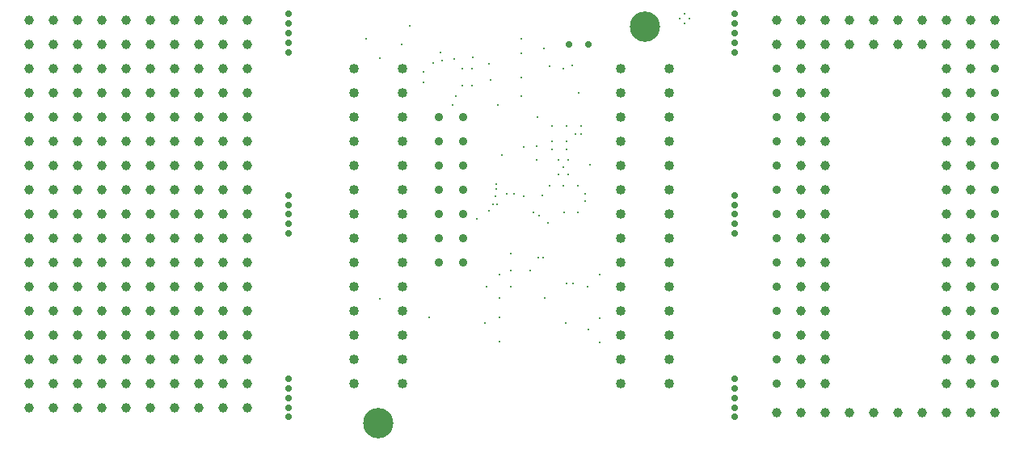
<source format=gbr>
G04 Generated by Ultiboard 11.0 *
%FSLAX25Y25*%
%MOIN*%

%ADD10C,0.00787*%
%ADD11C,0.04016*%
%ADD12C,0.03937*%
%ADD13C,0.02756*%
%ADD14C,0.12520*%
%ADD15C,0.03500*%
%ADD16C,0.01181*%


G04 ColorRGB 000000 for the following layer *
%LNDrill-Copper Top-Copper Bottom*%
%LPD*%
%FSLAX25Y25*%
%MOIN*%
G54D10*
X-312Y10000D03*
X-9375Y-95000D03*
X-15000Y12392D03*
X-9375Y4375D03*
X8438Y-1250D03*
X66250Y0D03*
X60625Y938D03*
X70000Y1563D03*
X24606Y0D03*
X28543Y0D03*
X61563Y-30000D03*
X61563Y-33125D03*
X61563Y-23750D03*
X30625Y-61875D03*
X60000Y-63750D03*
X10938Y-102500D03*
X58460Y-94665D03*
X40000Y-94687D03*
X40000Y-112500D03*
X33750Y-105000D03*
X40000Y-102500D03*
X34688Y-90000D03*
X40000Y-85000D03*
X44688Y-83125D03*
X44688Y-90000D03*
X44688Y-76250D03*
X58000Y-78000D03*
X56000Y-78000D03*
X52500Y-83125D03*
X8438Y-5625D03*
X20605Y-14828D03*
X21875Y-11250D03*
X24606Y-6890D03*
X28543Y-6890D03*
X50000Y-32187D03*
X55313Y-31875D03*
X38438Y-47500D03*
X35625Y-58750D03*
X38991Y-56009D03*
X37188Y-55937D03*
X38438Y-49687D03*
X38125Y-52500D03*
X40938Y-35625D03*
X60625Y-48125D03*
X57500Y-52187D03*
X56250Y-60625D03*
X53750Y-59375D03*
X50000Y-52500D03*
X55313Y-37500D03*
X48750Y-11250D03*
X48750Y-3750D03*
X39203Y-14828D03*
X36250Y-4687D03*
X55625Y-20000D03*
X67188Y-105000D03*
X76563Y-107500D03*
X81250Y-112812D03*
X81250Y-102812D03*
X67500Y-88437D03*
X70313Y-88437D03*
X76250Y-90000D03*
X81250Y-85000D03*
X67500Y-30000D03*
X67500Y-33125D03*
X66250Y-48125D03*
X72188Y-48125D03*
X75313Y-51562D03*
X75313Y-54687D03*
X66563Y-59375D03*
X72188Y-59375D03*
X77188Y-39687D03*
X73438Y-26875D03*
X73438Y-23750D03*
X71250Y-26875D03*
X67500Y-23750D03*
X72500Y-10000D03*
X15625Y6875D03*
X16250Y3438D03*
X12500Y2500D03*
X2953Y17669D03*
X21250Y4063D03*
X28750Y4688D03*
X48750Y6250D03*
X48750Y12500D03*
X35625Y2188D03*
X58125Y8438D03*
X116142Y22638D03*
X114173Y20669D03*
X116142Y18701D03*
X118110Y20669D03*
G54D11*
X0Y0D03*
X0Y-130000D03*
X0Y-60000D03*
X0Y-110000D03*
X0Y-120000D03*
X0Y-100000D03*
X0Y-80000D03*
X0Y-90000D03*
X0Y-70000D03*
X0Y-30000D03*
X0Y-50000D03*
X0Y-40000D03*
X0Y-20000D03*
X0Y-10000D03*
X-20000Y0D03*
X-20000Y-130000D03*
X-20000Y-60000D03*
X-20000Y-110000D03*
X-20000Y-120000D03*
X-20000Y-100000D03*
X-20000Y-80000D03*
X-20000Y-90000D03*
X-20000Y-70000D03*
X-20000Y-30000D03*
X-20000Y-50000D03*
X-20000Y-40000D03*
X-20000Y-20000D03*
X-20000Y-10000D03*
X110000Y0D03*
X110000Y-130000D03*
X110000Y-60000D03*
X110000Y-110000D03*
X110000Y-120000D03*
X110000Y-100000D03*
X110000Y-80000D03*
X110000Y-90000D03*
X110000Y-70000D03*
X110000Y-30000D03*
X110000Y-50000D03*
X110000Y-40000D03*
X110000Y-20000D03*
X110000Y-10000D03*
X90000Y0D03*
X90000Y-130000D03*
X90000Y-60000D03*
X90000Y-110000D03*
X90000Y-120000D03*
X90000Y-100000D03*
X90000Y-80000D03*
X90000Y-90000D03*
X90000Y-70000D03*
X90000Y-30000D03*
X90000Y-50000D03*
X90000Y-40000D03*
X90000Y-20000D03*
X90000Y-10000D03*
G54D12*
X-94094Y0D03*
X-154094Y0D03*
X-124094Y0D03*
X-144094Y0D03*
X-134094Y0D03*
X-104094Y0D03*
X-114094Y0D03*
X-64094Y0D03*
X-74094Y0D03*
X-84094Y0D03*
X-124094Y-130000D03*
X-124094Y-140000D03*
X-124094Y-60000D03*
X-124094Y-110000D03*
X-124094Y-120000D03*
X-124094Y-100000D03*
X-124094Y-80000D03*
X-124094Y-90000D03*
X-124094Y-70000D03*
X-124094Y-30000D03*
X-124094Y-50000D03*
X-124094Y-40000D03*
X-124094Y-20000D03*
X-124094Y-10000D03*
X-154094Y-130000D03*
X-144094Y-130000D03*
X-134094Y-130000D03*
X-154094Y-140000D03*
X-144094Y-140000D03*
X-134094Y-140000D03*
X-134094Y-60000D03*
X-154094Y-60000D03*
X-144094Y-60000D03*
X-154094Y-110000D03*
X-154094Y-120000D03*
X-154094Y-100000D03*
X-154094Y-80000D03*
X-154094Y-90000D03*
X-154094Y-70000D03*
X-144094Y-120000D03*
X-144094Y-100000D03*
X-144094Y-110000D03*
X-134094Y-110000D03*
X-134094Y-120000D03*
X-134094Y-100000D03*
X-144094Y-90000D03*
X-144094Y-70000D03*
X-144094Y-80000D03*
X-134094Y-80000D03*
X-134094Y-90000D03*
X-134094Y-70000D03*
X-154094Y-30000D03*
X-154094Y-50000D03*
X-154094Y-40000D03*
X-154094Y-20000D03*
X-154094Y-10000D03*
X-134094Y-30000D03*
X-144094Y-30000D03*
X-144094Y-50000D03*
X-144094Y-40000D03*
X-134094Y-50000D03*
X-134094Y-40000D03*
X-144094Y-20000D03*
X-144094Y-10000D03*
X-134094Y-20000D03*
X-134094Y-10000D03*
X-64094Y-130000D03*
X-94094Y-130000D03*
X-104094Y-130000D03*
X-114094Y-130000D03*
X-74094Y-130000D03*
X-84094Y-130000D03*
X-64094Y-140000D03*
X-94094Y-140000D03*
X-114094Y-140000D03*
X-104094Y-140000D03*
X-84094Y-140000D03*
X-74094Y-140000D03*
X-64094Y-120000D03*
X-64094Y-50000D03*
X-64094Y-60000D03*
X-64094Y-110000D03*
X-64094Y-100000D03*
X-64094Y-80000D03*
X-64094Y-90000D03*
X-64094Y-70000D03*
X-64094Y-30000D03*
X-64094Y-40000D03*
X-64094Y-20000D03*
X-64094Y-10000D03*
X-94094Y-60000D03*
X-104094Y-60000D03*
X-114094Y-60000D03*
X-74094Y-60000D03*
X-84094Y-60000D03*
X-94094Y-110000D03*
X-94094Y-120000D03*
X-94094Y-100000D03*
X-94094Y-80000D03*
X-94094Y-90000D03*
X-94094Y-70000D03*
X-114094Y-120000D03*
X-114094Y-100000D03*
X-114094Y-110000D03*
X-104094Y-110000D03*
X-104094Y-120000D03*
X-104094Y-100000D03*
X-114094Y-90000D03*
X-114094Y-70000D03*
X-114094Y-80000D03*
X-104094Y-80000D03*
X-104094Y-90000D03*
X-104094Y-70000D03*
X-84094Y-110000D03*
X-84094Y-120000D03*
X-84094Y-100000D03*
X-74094Y-110000D03*
X-74094Y-120000D03*
X-74094Y-100000D03*
X-84094Y-80000D03*
X-84094Y-90000D03*
X-84094Y-70000D03*
X-74094Y-80000D03*
X-74094Y-90000D03*
X-74094Y-70000D03*
X-94094Y-30000D03*
X-94094Y-50000D03*
X-94094Y-40000D03*
X-94094Y-20000D03*
X-94094Y-10000D03*
X-104094Y-30000D03*
X-114094Y-30000D03*
X-114094Y-50000D03*
X-114094Y-40000D03*
X-104094Y-50000D03*
X-104094Y-40000D03*
X-114094Y-20000D03*
X-114094Y-10000D03*
X-104094Y-20000D03*
X-104094Y-10000D03*
X-74094Y-30000D03*
X-84094Y-30000D03*
X-84094Y-50000D03*
X-84094Y-40000D03*
X-74094Y-50000D03*
X-74094Y-40000D03*
X-84094Y-20000D03*
X-84094Y-10000D03*
X-74094Y-20000D03*
X-74094Y-10000D03*
X-124094Y10000D03*
X-124094Y20000D03*
X-154094Y10000D03*
X-154094Y20000D03*
X-144094Y10000D03*
X-144094Y20000D03*
X-134094Y10000D03*
X-134094Y20000D03*
X-64094Y10000D03*
X-64094Y20000D03*
X-94094Y10000D03*
X-94094Y20000D03*
X-114094Y10000D03*
X-114094Y20000D03*
X-104094Y10000D03*
X-104094Y20000D03*
X-84094Y10000D03*
X-84094Y20000D03*
X-74094Y10000D03*
X-74094Y20000D03*
X174094Y0D03*
X164094Y0D03*
X174094Y-130000D03*
X164094Y-130000D03*
X174094Y-60000D03*
X164094Y-60000D03*
X174094Y-110000D03*
X174094Y-120000D03*
X174094Y-100000D03*
X164094Y-110000D03*
X164094Y-120000D03*
X164094Y-100000D03*
X174094Y-80000D03*
X174094Y-90000D03*
X174094Y-70000D03*
X164094Y-80000D03*
X164094Y-90000D03*
X164094Y-70000D03*
X174094Y-30000D03*
X164094Y-30000D03*
X174094Y-50000D03*
X174094Y-40000D03*
X164094Y-50000D03*
X164094Y-40000D03*
X174094Y-20000D03*
X174094Y-10000D03*
X164094Y-20000D03*
X164094Y-10000D03*
X224094Y0D03*
X234094Y0D03*
X224094Y-130000D03*
X234094Y-130000D03*
X234094Y-60000D03*
X224094Y-60000D03*
X224094Y-110000D03*
X224094Y-120000D03*
X224094Y-100000D03*
X224094Y-80000D03*
X224094Y-90000D03*
X224094Y-70000D03*
X234094Y-110000D03*
X234094Y-120000D03*
X234094Y-100000D03*
X234094Y-80000D03*
X234094Y-90000D03*
X234094Y-70000D03*
X224094Y-30000D03*
X224094Y-50000D03*
X224094Y-40000D03*
X224094Y-20000D03*
X224094Y-10000D03*
X234094Y-30000D03*
X234094Y-50000D03*
X234094Y-40000D03*
X234094Y-20000D03*
X234094Y-10000D03*
X154094Y-142000D03*
X174094Y-142000D03*
X164094Y-142000D03*
X184094Y-142000D03*
X224094Y-142000D03*
X204094Y-142000D03*
X194094Y-142000D03*
X214094Y-142000D03*
X234094Y-142000D03*
X244094Y-142000D03*
X154094Y10000D03*
X174094Y10000D03*
X164094Y10000D03*
X184094Y10000D03*
X224094Y10000D03*
X204094Y10000D03*
X194094Y10000D03*
X214094Y10000D03*
X234094Y10000D03*
X244094Y10000D03*
X154094Y20000D03*
X174094Y20000D03*
X164094Y20000D03*
X184094Y20000D03*
X224094Y20000D03*
X204094Y20000D03*
X194094Y20000D03*
X214094Y20000D03*
X234094Y20000D03*
X244094Y20000D03*
G54D13*
X-47244Y-143701D03*
X-47244Y-135827D03*
X-47244Y-127953D03*
X-47244Y-131890D03*
X-47244Y-139764D03*
X-47244Y-63976D03*
X-47244Y-67913D03*
X-47244Y-60039D03*
X-47244Y-52165D03*
X-47244Y-56102D03*
X-47244Y14764D03*
X-47244Y10827D03*
X-47244Y6890D03*
X-47244Y22638D03*
X-47244Y18701D03*
X136811Y-143701D03*
X136811Y-127953D03*
X136811Y-135827D03*
X136811Y-139764D03*
X136811Y-131890D03*
X136811Y-63976D03*
X136811Y-67913D03*
X136811Y-60039D03*
X136811Y-56102D03*
X136811Y-52165D03*
X76437Y10000D03*
X68563Y10000D03*
X136811Y14764D03*
X136811Y6890D03*
X136811Y10827D03*
X136811Y18701D03*
X136811Y22638D03*
G54D14*
X-10000Y-146250D03*
X100000Y17500D03*
G54D15*
X244094Y0D03*
X244094Y-130000D03*
X244094Y-60000D03*
X244094Y-110000D03*
X244094Y-120000D03*
X244094Y-100000D03*
X244094Y-80000D03*
X244094Y-90000D03*
X244094Y-70000D03*
X244094Y-30000D03*
X244094Y-50000D03*
X244094Y-40000D03*
X244094Y-20000D03*
X244094Y-10000D03*
X154094Y0D03*
X154094Y-130000D03*
X154094Y-60000D03*
X154094Y-70000D03*
X154094Y-80000D03*
X154094Y-120000D03*
X154094Y-100000D03*
X154094Y-90000D03*
X154094Y-110000D03*
X154094Y-20000D03*
X154094Y-10000D03*
X154094Y-40000D03*
X154094Y-30000D03*
X154094Y-50000D03*
X25000Y-60000D03*
X15000Y-60000D03*
X15000Y-80000D03*
X15000Y-70000D03*
X25000Y-80000D03*
X25000Y-70000D03*
X25000Y-30000D03*
X15000Y-30000D03*
X15000Y-50000D03*
X15000Y-40000D03*
X25000Y-50000D03*
X25000Y-40000D03*
X15000Y-20000D03*
X25000Y-20000D03*
G54D16*
X64281Y-43578D03*
X64281Y-37672D03*
X66250Y-40625D03*
X68219Y-37672D03*
X68219Y-43578D03*
X45900Y-51675D03*
X42750Y-51675D03*

M00*

</source>
